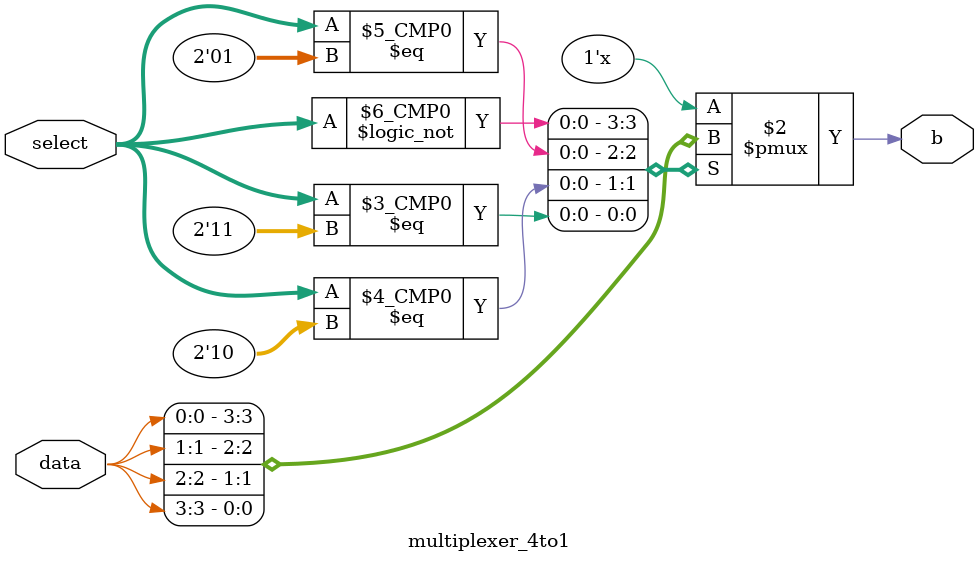
<source format=v>
`timescale 1ns / 1ps


module multiplexer_4to1(
input [1:0] select,input [3:0] data , output reg b);

    always@(*)
    begin
    case (select)    
        2'b00:
        b = data[0];
        2'b01:
        b = data[1];
        2'b10:  
        b = data[2];
        2'b11:
        b = data[3];
    endcase
    end
    
endmodule

</source>
